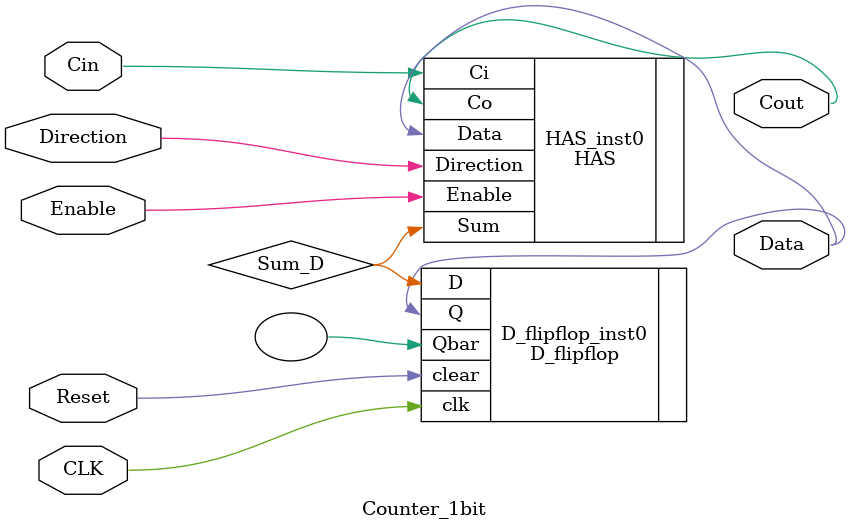
<source format=v>
`timescale 1 ps/ 1 ps
module Counter_1bit(
  input Enable,
  input Direction,
  input Reset,
  input CLK,
  input Cin,
  output wire Cout,
  output wire Data
);

wire Sum_D ;


// Counter = HAS + DFF

HAS HAS_inst0(
  .Enable(Enable), 
  .Direction(Direction),
  .Data(Data),
  .Ci(Cin),
  .Sum(Sum_D) ,
  .Co(Cout) );
  

D_flipflop D_flipflop_inst0(.Q(Data), .Qbar(), .D(Sum_D), .clk(CLK), .clear(Reset));




endmodule





</source>
